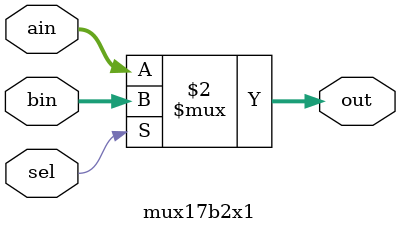
<source format=v>
module mux17b2x1 (
    input [31:0] ain,       // 34-bit Input 0
    input [31:0] bin,       // 34-bit Input 1
    input sel,              // 1-bit Select signal
    output [31:0] out       // 34-bit Output
);
    assign out = (sel == 1'b0) ? ain : bin; // Select between ain and bin based on sel
endmodule 
</source>
